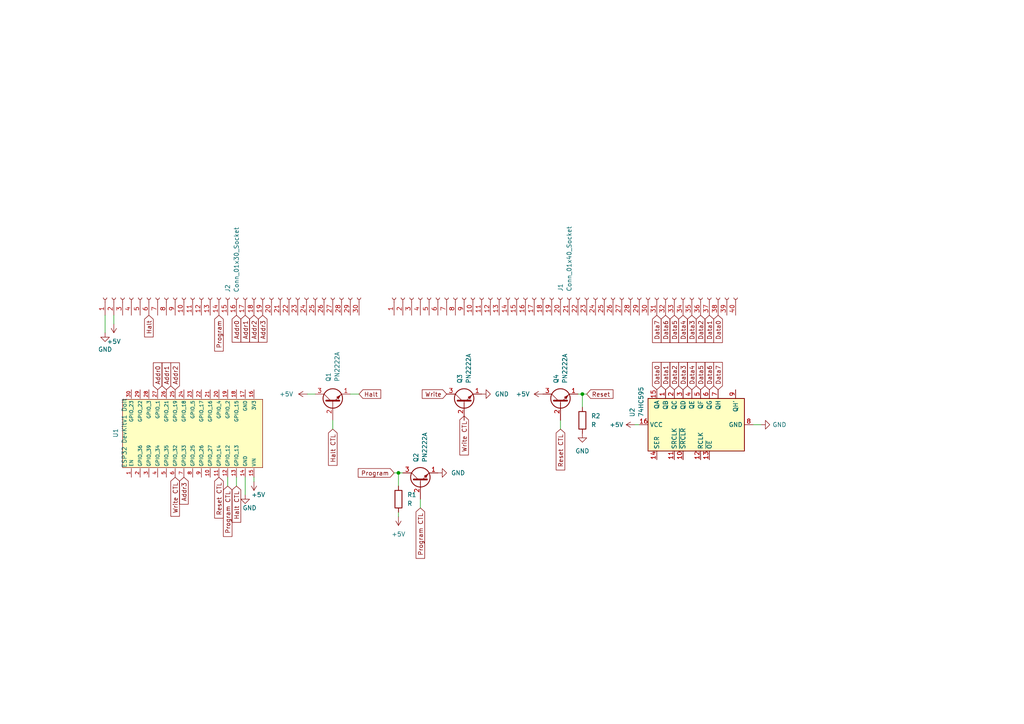
<source format=kicad_sch>
(kicad_sch (version 20230121) (generator eeschema)
  (paper "A4")
  (lib_symbols
    (symbol "74xx:74HC595"
      (property "Reference" "U" (at -7.62 13.97 0))
      (property "Value" "74HC595" (at -7.62 -16.51 0))
      (symbol "74HC595_1_0"
        (pin tri_state line (at 10.16 7.62 180) (length 2.54) (name "QB") (number "1"))
        (pin input line (at -10.16 2.54 0) (length 2.54) (name "~{SRCLR}") (number "10"))
        (pin input line (at -10.16 5.08 0) (length 2.54) (name "SRCLK") (number "11"))
        (pin input line (at -10.16 -2.54 0) (length 2.54) (name "RCLK") (number "12"))
        (pin input line (at -10.16 -5.08 0) (length 2.54) (name "~{OE}") (number "13"))
        (pin input line (at -10.16 10.16 0) (length 2.54) (name "SER") (number "14"))
        (pin tri_state line (at 10.16 10.16 180) (length 2.54) (name "QA") (number "15"))
        (pin power_in line (at 0 15.24 270) (length 2.54) (name "VCC") (number "16"))
        (pin tri_state line (at 10.16 5.08 180) (length 2.54) (name "QC") (number "2"))
        (pin tri_state line (at 10.16 2.54 180) (length 2.54) (name "QD") (number "3"))
        (pin tri_state line (at 10.16 0 180) (length 2.54) (name "QE") (number "4"))
        (pin tri_state line (at 10.16 -2.54 180) (length 2.54) (name "QF") (number "5"))
        (pin tri_state line (at 10.16 -5.08 180) (length 2.54) (name "QG") (number "6"))
        (pin tri_state line (at 10.16 -7.62 180) (length 2.54) (name "QH") (number "7"))
        (pin power_in line (at 0 -17.78 90) (length 2.54) (name "GND") (number "8"))
        (pin output line (at 10.16 -12.7 180) (length 2.54) (name "QH'") (number "9"))
      )
      (symbol "74HC595_1_1"
        (rectangle (start -7.62 12.7) (end 7.62 -15.24) (stroke (width 0.254)) (fill (type background)))
      )
    )
    (symbol "Connector:Conn_01x30_Socket" (pin_names (offset 1.016) hide)
      (property "Reference" "J" (at 0 38.1 0))
      (property "Value" "Conn_01x30_Socket" (at 0 -40.64 0))
      (symbol "Conn_01x30_Socket_1_1"
        (arc (start 0 -37.592) (mid -0.5058 -38.1) (end 0 -38.608) (stroke (width 0.1524)))
        (arc (start 0 -35.052) (mid -0.5058 -35.56) (end 0 -36.068) (stroke (width 0.1524)))
        (arc (start 0 -32.512) (mid -0.5058 -33.02) (end 0 -33.528) (stroke (width 0.1524)))
        (arc (start 0 -29.972) (mid -0.5058 -30.48) (end 0 -30.988) (stroke (width 0.1524)))
        (arc (start 0 -27.432) (mid -0.5058 -27.94) (end 0 -28.448) (stroke (width 0.1524)))
        (arc (start 0 -24.892) (mid -0.5058 -25.4) (end 0 -25.908) (stroke (width 0.1524)))
        (arc (start 0 -22.352) (mid -0.5058 -22.86) (end 0 -23.368) (stroke (width 0.1524)))
        (arc (start 0 -19.812) (mid -0.5058 -20.32) (end 0 -20.828) (stroke (width 0.1524)))
        (arc (start 0 -17.272) (mid -0.5058 -17.78) (end 0 -18.288) (stroke (width 0.1524)))
        (arc (start 0 -14.732) (mid -0.5058 -15.24) (end 0 -15.748) (stroke (width 0.1524)))
        (arc (start 0 -12.192) (mid -0.5058 -12.7) (end 0 -13.208) (stroke (width 0.1524)))
        (arc (start 0 -9.652) (mid -0.5058 -10.16) (end 0 -10.668) (stroke (width 0.1524)))
        (arc (start 0 -7.112) (mid -0.5058 -7.62) (end 0 -8.128) (stroke (width 0.1524)))
        (arc (start 0 -4.572) (mid -0.5058 -5.08) (end 0 -5.588) (stroke (width 0.1524)))
        (arc (start 0 -2.032) (mid -0.5058 -2.54) (end 0 -3.048) (stroke (width 0.1524)))
        (polyline (pts (xy -1.27 -38.1) (xy -0.508 -38.1)) (stroke (width 0.1524)))
        (polyline (pts (xy -1.27 -35.56) (xy -0.508 -35.56)) (stroke (width 0.1524)))
        (polyline (pts (xy -1.27 -33.02) (xy -0.508 -33.02)) (stroke (width 0.1524)))
        (polyline (pts (xy -1.27 -30.48) (xy -0.508 -30.48)) (stroke (width 0.1524)))
        (polyline (pts (xy -1.27 -27.94) (xy -0.508 -27.94)) (stroke (width 0.1524)))
        (polyline (pts (xy -1.27 -25.4) (xy -0.508 -25.4)) (stroke (width 0.1524)))
        (polyline (pts (xy -1.27 -22.86) (xy -0.508 -22.86)) (stroke (width 0.1524)))
        (polyline (pts (xy -1.27 -20.32) (xy -0.508 -20.32)) (stroke (width 0.1524)))
        (polyline (pts (xy -1.27 -17.78) (xy -0.508 -17.78)) (stroke (width 0.1524)))
        (polyline (pts (xy -1.27 -15.24) (xy -0.508 -15.24)) (stroke (width 0.1524)))
        (polyline (pts (xy -1.27 -12.7) (xy -0.508 -12.7)) (stroke (width 0.1524)))
        (polyline (pts (xy -1.27 -10.16) (xy -0.508 -10.16)) (stroke (width 0.1524)))
        (polyline (pts (xy -1.27 -7.62) (xy -0.508 -7.62)) (stroke (width 0.1524)))
        (polyline (pts (xy -1.27 -5.08) (xy -0.508 -5.08)) (stroke (width 0.1524)))
        (polyline (pts (xy -1.27 -2.54) (xy -0.508 -2.54)) (stroke (width 0.1524)))
        (polyline (pts (xy -1.27 0) (xy -0.508 0)) (stroke (width 0.1524)))
        (polyline (pts (xy -1.27 2.54) (xy -0.508 2.54)) (stroke (width 0.1524)))
        (polyline (pts (xy -1.27 5.08) (xy -0.508 5.08)) (stroke (width 0.1524)))
        (polyline (pts (xy -1.27 7.62) (xy -0.508 7.62)) (stroke (width 0.1524)))
        (polyline (pts (xy -1.27 10.16) (xy -0.508 10.16)) (stroke (width 0.1524)))
        (polyline (pts (xy -1.27 12.7) (xy -0.508 12.7)) (stroke (width 0.1524)))
        (polyline (pts (xy -1.27 15.24) (xy -0.508 15.24)) (stroke (width 0.1524)))
        (polyline (pts (xy -1.27 17.78) (xy -0.508 17.78)) (stroke (width 0.1524)))
        (polyline (pts (xy -1.27 20.32) (xy -0.508 20.32)) (stroke (width 0.1524)))
        (polyline (pts (xy -1.27 22.86) (xy -0.508 22.86)) (stroke (width 0.1524)))
        (polyline (pts (xy -1.27 25.4) (xy -0.508 25.4)) (stroke (width 0.1524)))
        (polyline (pts (xy -1.27 27.94) (xy -0.508 27.94)) (stroke (width 0.1524)))
        (polyline (pts (xy -1.27 30.48) (xy -0.508 30.48)) (stroke (width 0.1524)))
        (polyline (pts (xy -1.27 33.02) (xy -0.508 33.02)) (stroke (width 0.1524)))
        (polyline (pts (xy -1.27 35.56) (xy -0.508 35.56)) (stroke (width 0.1524)))
        (arc (start 0 0.508) (mid -0.5058 0) (end 0 -0.508) (stroke (width 0.1524)))
        (arc (start 0 3.048) (mid -0.5058 2.54) (end 0 2.032) (stroke (width 0.1524)))
        (arc (start 0 5.588) (mid -0.5058 5.08) (end 0 4.572) (stroke (width 0.1524)))
        (arc (start 0 8.128) (mid -0.5058 7.62) (end 0 7.112) (stroke (width 0.1524)))
        (arc (start 0 10.668) (mid -0.5058 10.16) (end 0 9.652) (stroke (width 0.1524)))
        (arc (start 0 13.208) (mid -0.5058 12.7) (end 0 12.192) (stroke (width 0.1524)))
        (arc (start 0 15.748) (mid -0.5058 15.24) (end 0 14.732) (stroke (width 0.1524)))
        (arc (start 0 18.288) (mid -0.5058 17.78) (end 0 17.272) (stroke (width 0.1524)))
        (arc (start 0 20.828) (mid -0.5058 20.32) (end 0 19.812) (stroke (width 0.1524)))
        (arc (start 0 23.368) (mid -0.5058 22.86) (end 0 22.352) (stroke (width 0.1524)))
        (arc (start 0 25.908) (mid -0.5058 25.4) (end 0 24.892) (stroke (width 0.1524)))
        (arc (start 0 28.448) (mid -0.5058 27.94) (end 0 27.432) (stroke (width 0.1524)))
        (arc (start 0 30.988) (mid -0.5058 30.48) (end 0 29.972) (stroke (width 0.1524)))
        (arc (start 0 33.528) (mid -0.5058 33.02) (end 0 32.512) (stroke (width 0.1524)))
        (arc (start 0 36.068) (mid -0.5058 35.56) (end 0 35.052) (stroke (width 0.1524)))
        (pin passive line (at -5.08 35.56 0) (length 3.81) (name "Pin_1") (number "1"))
        (pin passive line (at -5.08 12.7 0) (length 3.81) (name "Pin_10") (number "10"))
        (pin passive line (at -5.08 10.16 0) (length 3.81) (name "Pin_11") (number "11"))
        (pin passive line (at -5.08 7.62 0) (length 3.81) (name "Pin_12") (number "12"))
        (pin passive line (at -5.08 5.08 0) (length 3.81) (name "Pin_13") (number "13"))
        (pin passive line (at -5.08 2.54 0) (length 3.81) (name "Pin_14") (number "14"))
        (pin passive line (at -5.08 0 0) (length 3.81) (name "Pin_15") (number "15"))
        (pin passive line (at -5.08 -2.54 0) (length 3.81) (name "Pin_16") (number "16"))
        (pin passive line (at -5.08 -5.08 0) (length 3.81) (name "Pin_17") (number "17"))
        (pin passive line (at -5.08 -7.62 0) (length 3.81) (name "Pin_18") (number "18"))
        (pin passive line (at -5.08 -10.16 0) (length 3.81) (name "Pin_19") (number "19"))
        (pin passive line (at -5.08 33.02 0) (length 3.81) (name "Pin_2") (number "2"))
        (pin passive line (at -5.08 -12.7 0) (length 3.81) (name "Pin_20") (number "20"))
        (pin passive line (at -5.08 -15.24 0) (length 3.81) (name "Pin_21") (number "21"))
        (pin passive line (at -5.08 -17.78 0) (length 3.81) (name "Pin_22") (number "22"))
        (pin passive line (at -5.08 -20.32 0) (length 3.81) (name "Pin_23") (number "23"))
        (pin passive line (at -5.08 -22.86 0) (length 3.81) (name "Pin_24") (number "24"))
        (pin passive line (at -5.08 -25.4 0) (length 3.81) (name "Pin_25") (number "25"))
        (pin passive line (at -5.08 -27.94 0) (length 3.81) (name "Pin_26") (number "26"))
        (pin passive line (at -5.08 -30.48 0) (length 3.81) (name "Pin_27") (number "27"))
        (pin passive line (at -5.08 -33.02 0) (length 3.81) (name "Pin_28") (number "28"))
        (pin passive line (at -5.08 -35.56 0) (length 3.81) (name "Pin_29") (number "29"))
        (pin passive line (at -5.08 30.48 0) (length 3.81) (name "Pin_3") (number "3"))
        (pin passive line (at -5.08 -38.1 0) (length 3.81) (name "Pin_30") (number "30"))
        (pin passive line (at -5.08 27.94 0) (length 3.81) (name "Pin_4") (number "4"))
        (pin passive line (at -5.08 25.4 0) (length 3.81) (name "Pin_5") (number "5"))
        (pin passive line (at -5.08 22.86 0) (length 3.81) (name "Pin_6") (number "6"))
        (pin passive line (at -5.08 20.32 0) (length 3.81) (name "Pin_7") (number "7"))
        (pin passive line (at -5.08 17.78 0) (length 3.81) (name "Pin_8") (number "8"))
        (pin passive line (at -5.08 15.24 0) (length 3.81) (name "Pin_9") (number "9"))
      )
    )
    (symbol "Connector:Conn_01x40_Socket" (pin_names (offset 1.016) hide)
      (property "Reference" "J" (at 0 50.8 0))
      (property "Value" "Conn_01x40_Socket" (at 0 -53.34 0))
      (symbol "Conn_01x40_Socket_1_1"
        (arc (start 0 -50.292) (mid -0.5058 -50.8) (end 0 -51.308) (stroke (width 0.1524)))
        (arc (start 0 -47.752) (mid -0.5058 -48.26) (end 0 -48.768) (stroke (width 0.1524)))
        (arc (start 0 -45.212) (mid -0.5058 -45.72) (end 0 -46.228) (stroke (width 0.1524)))
        (arc (start 0 -42.672) (mid -0.5058 -43.18) (end 0 -43.688) (stroke (width 0.1524)))
        (arc (start 0 -40.132) (mid -0.5058 -40.64) (end 0 -41.148) (stroke (width 0.1524)))
        (arc (start 0 -37.592) (mid -0.5058 -38.1) (end 0 -38.608) (stroke (width 0.1524)))
        (arc (start 0 -35.052) (mid -0.5058 -35.56) (end 0 -36.068) (stroke (width 0.1524)))
        (arc (start 0 -32.512) (mid -0.5058 -33.02) (end 0 -33.528) (stroke (width 0.1524)))
        (arc (start 0 -29.972) (mid -0.5058 -30.48) (end 0 -30.988) (stroke (width 0.1524)))
        (arc (start 0 -27.432) (mid -0.5058 -27.94) (end 0 -28.448) (stroke (width 0.1524)))
        (arc (start 0 -24.892) (mid -0.5058 -25.4) (end 0 -25.908) (stroke (width 0.1524)))
        (arc (start 0 -22.352) (mid -0.5058 -22.86) (end 0 -23.368) (stroke (width 0.1524)))
        (arc (start 0 -19.812) (mid -0.5058 -20.32) (end 0 -20.828) (stroke (width 0.1524)))
        (arc (start 0 -17.272) (mid -0.5058 -17.78) (end 0 -18.288) (stroke (width 0.1524)))
        (arc (start 0 -14.732) (mid -0.5058 -15.24) (end 0 -15.748) (stroke (width 0.1524)))
        (arc (start 0 -12.192) (mid -0.5058 -12.7) (end 0 -13.208) (stroke (width 0.1524)))
        (arc (start 0 -9.652) (mid -0.5058 -10.16) (end 0 -10.668) (stroke (width 0.1524)))
        (arc (start 0 -7.112) (mid -0.5058 -7.62) (end 0 -8.128) (stroke (width 0.1524)))
        (arc (start 0 -4.572) (mid -0.5058 -5.08) (end 0 -5.588) (stroke (width 0.1524)))
        (arc (start 0 -2.032) (mid -0.5058 -2.54) (end 0 -3.048) (stroke (width 0.1524)))
        (polyline (pts (xy -1.27 -50.8) (xy -0.508 -50.8)) (stroke (width 0.1524)))
        (polyline (pts (xy -1.27 -48.26) (xy -0.508 -48.26)) (stroke (width 0.1524)))
        (polyline (pts (xy -1.27 -45.72) (xy -0.508 -45.72)) (stroke (width 0.1524)))
        (polyline (pts (xy -1.27 -43.18) (xy -0.508 -43.18)) (stroke (width 0.1524)))
        (polyline (pts (xy -1.27 -40.64) (xy -0.508 -40.64)) (stroke (width 0.1524)))
        (polyline (pts (xy -1.27 -38.1) (xy -0.508 -38.1)) (stroke (width 0.1524)))
        (polyline (pts (xy -1.27 -35.56) (xy -0.508 -35.56)) (stroke (width 0.1524)))
        (polyline (pts (xy -1.27 -33.02) (xy -0.508 -33.02)) (stroke (width 0.1524)))
        (polyline (pts (xy -1.27 -30.48) (xy -0.508 -30.48)) (stroke (width 0.1524)))
        (polyline (pts (xy -1.27 -27.94) (xy -0.508 -27.94)) (stroke (width 0.1524)))
        (polyline (pts (xy -1.27 -25.4) (xy -0.508 -25.4)) (stroke (width 0.1524)))
        (polyline (pts (xy -1.27 -22.86) (xy -0.508 -22.86)) (stroke (width 0.1524)))
        (polyline (pts (xy -1.27 -20.32) (xy -0.508 -20.32)) (stroke (width 0.1524)))
        (polyline (pts (xy -1.27 -17.78) (xy -0.508 -17.78)) (stroke (width 0.1524)))
        (polyline (pts (xy -1.27 -15.24) (xy -0.508 -15.24)) (stroke (width 0.1524)))
        (polyline (pts (xy -1.27 -12.7) (xy -0.508 -12.7)) (stroke (width 0.1524)))
        (polyline (pts (xy -1.27 -10.16) (xy -0.508 -10.16)) (stroke (width 0.1524)))
        (polyline (pts (xy -1.27 -7.62) (xy -0.508 -7.62)) (stroke (width 0.1524)))
        (polyline (pts (xy -1.27 -5.08) (xy -0.508 -5.08)) (stroke (width 0.1524)))
        (polyline (pts (xy -1.27 -2.54) (xy -0.508 -2.54)) (stroke (width 0.1524)))
        (polyline (pts (xy -1.27 0) (xy -0.508 0)) (stroke (width 0.1524)))
        (polyline (pts (xy -1.27 2.54) (xy -0.508 2.54)) (stroke (width 0.1524)))
        (polyline (pts (xy -1.27 5.08) (xy -0.508 5.08)) (stroke (width 0.1524)))
        (polyline (pts (xy -1.27 7.62) (xy -0.508 7.62)) (stroke (width 0.1524)))
        (polyline (pts (xy -1.27 10.16) (xy -0.508 10.16)) (stroke (width 0.1524)))
        (polyline (pts (xy -1.27 12.7) (xy -0.508 12.7)) (stroke (width 0.1524)))
        (polyline (pts (xy -1.27 15.24) (xy -0.508 15.24)) (stroke (width 0.1524)))
        (polyline (pts (xy -1.27 17.78) (xy -0.508 17.78)) (stroke (width 0.1524)))
        (polyline (pts (xy -1.27 20.32) (xy -0.508 20.32)) (stroke (width 0.1524)))
        (polyline (pts (xy -1.27 22.86) (xy -0.508 22.86)) (stroke (width 0.1524)))
        (polyline (pts (xy -1.27 25.4) (xy -0.508 25.4)) (stroke (width 0.1524)))
        (polyline (pts (xy -1.27 27.94) (xy -0.508 27.94)) (stroke (width 0.1524)))
        (polyline (pts (xy -1.27 30.48) (xy -0.508 30.48)) (stroke (width 0.1524)))
        (polyline (pts (xy -1.27 33.02) (xy -0.508 33.02)) (stroke (width 0.1524)))
        (polyline (pts (xy -1.27 35.56) (xy -0.508 35.56)) (stroke (width 0.1524)))
        (polyline (pts (xy -1.27 38.1) (xy -0.508 38.1)) (stroke (width 0.1524)))
        (polyline (pts (xy -1.27 40.64) (xy -0.508 40.64)) (stroke (width 0.1524)))
        (polyline (pts (xy -1.27 43.18) (xy -0.508 43.18)) (stroke (width 0.1524)))
        (polyline (pts (xy -1.27 45.72) (xy -0.508 45.72)) (stroke (width 0.1524)))
        (polyline (pts (xy -1.27 48.26) (xy -0.508 48.26)) (stroke (width 0.1524)))
        (arc (start 0 0.508) (mid -0.5058 0) (end 0 -0.508) (stroke (width 0.1524)))
        (arc (start 0 3.048) (mid -0.5058 2.54) (end 0 2.032) (stroke (width 0.1524)))
        (arc (start 0 5.588) (mid -0.5058 5.08) (end 0 4.572) (stroke (width 0.1524)))
        (arc (start 0 8.128) (mid -0.5058 7.62) (end 0 7.112) (stroke (width 0.1524)))
        (arc (start 0 10.668) (mid -0.5058 10.16) (end 0 9.652) (stroke (width 0.1524)))
        (arc (start 0 13.208) (mid -0.5058 12.7) (end 0 12.192) (stroke (width 0.1524)))
        (arc (start 0 15.748) (mid -0.5058 15.24) (end 0 14.732) (stroke (width 0.1524)))
        (arc (start 0 18.288) (mid -0.5058 17.78) (end 0 17.272) (stroke (width 0.1524)))
        (arc (start 0 20.828) (mid -0.5058 20.32) (end 0 19.812) (stroke (width 0.1524)))
        (arc (start 0 23.368) (mid -0.5058 22.86) (end 0 22.352) (stroke (width 0.1524)))
        (arc (start 0 25.908) (mid -0.5058 25.4) (end 0 24.892) (stroke (width 0.1524)))
        (arc (start 0 28.448) (mid -0.5058 27.94) (end 0 27.432) (stroke (width 0.1524)))
        (arc (start 0 30.988) (mid -0.5058 30.48) (end 0 29.972) (stroke (width 0.1524)))
        (arc (start 0 33.528) (mid -0.5058 33.02) (end 0 32.512) (stroke (width 0.1524)))
        (arc (start 0 36.068) (mid -0.5058 35.56) (end 0 35.052) (stroke (width 0.1524)))
        (arc (start 0 38.608) (mid -0.5058 38.1) (end 0 37.592) (stroke (width 0.1524)))
        (arc (start 0 41.148) (mid -0.5058 40.64) (end 0 40.132) (stroke (width 0.1524)))
        (arc (start 0 43.688) (mid -0.5058 43.18) (end 0 42.672) (stroke (width 0.1524)))
        (arc (start 0 46.228) (mid -0.5058 45.72) (end 0 45.212) (stroke (width 0.1524)))
        (arc (start 0 48.768) (mid -0.5058 48.26) (end 0 47.752) (stroke (width 0.1524)))
        (pin passive line (at -5.08 48.26 0) (length 3.81) (name "Pin_1") (number "1"))
        (pin passive line (at -5.08 25.4 0) (length 3.81) (name "Pin_10") (number "10"))
        (pin passive line (at -5.08 22.86 0) (length 3.81) (name "Pin_11") (number "11"))
        (pin passive line (at -5.08 20.32 0) (length 3.81) (name "Pin_12") (number "12"))
        (pin passive line (at -5.08 17.78 0) (length 3.81) (name "Pin_13") (number "13"))
        (pin passive line (at -5.08 15.24 0) (length 3.81) (name "Pin_14") (number "14"))
        (pin passive line (at -5.08 12.7 0) (length 3.81) (name "Pin_15") (number "15"))
        (pin passive line (at -5.08 10.16 0) (length 3.81) (name "Pin_16") (number "16"))
        (pin passive line (at -5.08 7.62 0) (length 3.81) (name "Pin_17") (number "17"))
        (pin passive line (at -5.08 5.08 0) (length 3.81) (name "Pin_18") (number "18"))
        (pin passive line (at -5.08 2.54 0) (length 3.81) (name "Pin_19") (number "19"))
        (pin passive line (at -5.08 45.72 0) (length 3.81) (name "Pin_2") (number "2"))
        (pin passive line (at -5.08 0 0) (length 3.81) (name "Pin_20") (number "20"))
        (pin passive line (at -5.08 -2.54 0) (length 3.81) (name "Pin_21") (number "21"))
        (pin passive line (at -5.08 -5.08 0) (length 3.81) (name "Pin_22") (number "22"))
        (pin passive line (at -5.08 -7.62 0) (length 3.81) (name "Pin_23") (number "23"))
        (pin passive line (at -5.08 -10.16 0) (length 3.81) (name "Pin_24") (number "24"))
        (pin passive line (at -5.08 -12.7 0) (length 3.81) (name "Pin_25") (number "25"))
        (pin passive line (at -5.08 -15.24 0) (length 3.81) (name "Pin_26") (number "26"))
        (pin passive line (at -5.08 -17.78 0) (length 3.81) (name "Pin_27") (number "27"))
        (pin passive line (at -5.08 -20.32 0) (length 3.81) (name "Pin_28") (number "28"))
        (pin passive line (at -5.08 -22.86 0) (length 3.81) (name "Pin_29") (number "29"))
        (pin passive line (at -5.08 43.18 0) (length 3.81) (name "Pin_3") (number "3"))
        (pin passive line (at -5.08 -25.4 0) (length 3.81) (name "Pin_30") (number "30"))
        (pin passive line (at -5.08 -27.94 0) (length 3.81) (name "Pin_31") (number "31"))
        (pin passive line (at -5.08 -30.48 0) (length 3.81) (name "Pin_32") (number "32"))
        (pin passive line (at -5.08 -33.02 0) (length 3.81) (name "Pin_33") (number "33"))
        (pin passive line (at -5.08 -35.56 0) (length 3.81) (name "Pin_34") (number "34"))
        (pin passive line (at -5.08 -38.1 0) (length 3.81) (name "Pin_35") (number "35"))
        (pin passive line (at -5.08 -40.64 0) (length 3.81) (name "Pin_36") (number "36"))
        (pin passive line (at -5.08 -43.18 0) (length 3.81) (name "Pin_37") (number "37"))
        (pin passive line (at -5.08 -45.72 0) (length 3.81) (name "Pin_38") (number "38"))
        (pin passive line (at -5.08 -48.26 0) (length 3.81) (name "Pin_39") (number "39"))
        (pin passive line (at -5.08 40.64 0) (length 3.81) (name "Pin_4") (number "4"))
        (pin passive line (at -5.08 -50.8 0) (length 3.81) (name "Pin_40") (number "40"))
        (pin passive line (at -5.08 38.1 0) (length 3.81) (name "Pin_5") (number "5"))
        (pin passive line (at -5.08 35.56 0) (length 3.81) (name "Pin_6") (number "6"))
        (pin passive line (at -5.08 33.02 0) (length 3.81) (name "Pin_7") (number "7"))
        (pin passive line (at -5.08 30.48 0) (length 3.81) (name "Pin_8") (number "8"))
        (pin passive line (at -5.08 27.94 0) (length 3.81) (name "Pin_9") (number "9"))
      )
    )
    (symbol "Device:R" (pin_numbers hide) (pin_names (offset 0))
      (property "Reference" "R" (at 2.032 0 90))
      (property "Value" "R" (at 0 0 90))
      (symbol "R_0_1"
        (rectangle (start -1.016 -2.54) (end 1.016 2.54) (stroke (width 0.254)))
      )
      (symbol "R_1_1"
        (pin passive line (at 0 3.81 270) (length 1.27) (name "~") (number "1"))
        (pin passive line (at 0 -3.81 90) (length 1.27) (name "~") (number "2"))
      )
    )
    (symbol "Transistor_BJT:PN2222A" (pin_names (offset 0) hide)
      (property "Reference" "Q" (at 5.08 1.905 0))
      (property "Value" "PN2222A" (at 5.08 0 0))
      (symbol "PN2222A_0_1"
        (polyline (pts (xy 0 0) (xy 0.635 0)))
        (polyline (pts (xy 2.54 -2.54) (xy 0.635 -0.635)))
        (polyline (pts (xy 2.54 2.54) (xy 0.635 0.635)))
        (polyline (pts (xy 0.635 1.905) (xy 0.635 -1.905) (xy 0.635 -1.905)) (stroke (width 0.508)))
        (polyline (pts (xy 2.413 -2.413) (xy 1.905 -1.905) (xy 1.905 -1.905)))
        (polyline (pts (xy 1.143 -1.651) (xy 1.651 -1.143) (xy 2.159 -2.159) (xy 1.143 -1.651) (xy 1.143 -1.651)) (fill (type outline)))
        (circle (center 1.27 0) (radius 2.8194) (stroke (width 0.254)))
      )
      (symbol "PN2222A_1_1"
        (pin passive line (at 2.54 -5.08 90) (length 2.54) (name "E") (number "1"))
        (pin input line (at -5.08 0 0) (length 5.08) (name "B") (number "2"))
        (pin passive line (at 2.54 5.08 270) (length 2.54) (name "C") (number "3"))
      )
    )
    (symbol "power:+5V" (power) (pin_names (offset 0))
      (property "Value" "+5V" (at 0 3.556 0))
      (symbol "+5V_0_1"
        (polyline (pts (xy -0.762 1.27) (xy 0 2.54)))
        (polyline (pts (xy 0 0) (xy 0 2.54)))
        (polyline (pts (xy 0 2.54) (xy 0.762 1.27)))
      )
      (symbol "+5V_1_1"
        (pin power_in line (at 0 0 90) (length 0) hide (name "+5V") (number "1"))
      )
    )
    (symbol "power:GND" (power) (pin_names (offset 0))
      (property "Value" "GND" (at 0 -3.81 0))
      (symbol "GND_0_1"
        (polyline (pts (xy 0 0) (xy 0 -1.27) (xy 1.27 -1.27) (xy 0 -2.54) (xy -1.27 -1.27) (xy 0 -1.27)))
      )
      (symbol "GND_1_1"
        (pin power_in line (at 0 0 270) (length 0) hide (name "GND") (number "1"))
      )
    )
    (symbol "project:ESP32_DevkitV1_DoIt"
      (property "Reference" "U" (at 0 7.62 0))
      (property "Value" "ESP32 DevKitV1 DoIt" (at 0 5.08 0))
      (symbol "ESP32_DevkitV1_DoIt_1_1"
        (rectangle (start -9.906 2.54) (end 9.906 -38.1) (fill (type background)))
        (pin input line (at -12.7 0 0) (length 2.54) (name "EN") (number "1"))
        (pin bidirectional line (at -12.7 -22.86 0) (length 2.54) (name "GPIO_27") (number "10"))
        (pin bidirectional line (at -12.7 -25.4 0) (length 2.54) (name "GPIO_14") (number "11"))
        (pin bidirectional line (at -12.7 -27.94 0) (length 2.54) (name "GPIO_12") (number "12"))
        (pin bidirectional line (at -12.7 -30.48 0) (length 2.54) (name "GPIO_13") (number "13"))
        (pin power_in line (at -12.7 -33.02 0) (length 2.54) (name "GND") (number "14"))
        (pin power_in line (at -12.7 -35.56 0) (length 2.54) (name "VIN") (number "15"))
        (pin bidirectional line (at 12.7 -35.56 180) (length 2.54) (name "3V3") (number "16"))
        (pin power_in line (at 12.7 -33.02 180) (length 2.54) (name "GND") (number "17"))
        (pin bidirectional line (at 12.7 -30.48 180) (length 2.54) (name "GPIO_15") (number "18"))
        (pin bidirectional line (at 12.7 -27.94 180) (length 2.54) (name "GPIO_2") (number "19"))
        (pin bidirectional line (at -12.7 -2.54 0) (length 2.54) (name "GPIO_36") (number "2"))
        (pin bidirectional line (at 12.7 -25.4 180) (length 2.54) (name "GPIO_4") (number "20"))
        (pin bidirectional line (at 12.7 -22.86 180) (length 2.54) (name "GPIO_16") (number "21"))
        (pin bidirectional line (at 12.7 -20.32 180) (length 2.54) (name "GPIO_17") (number "22"))
        (pin bidirectional line (at 12.7 -17.78 180) (length 2.54) (name "GPIO_5") (number "23"))
        (pin bidirectional line (at 12.7 -15.24 180) (length 2.54) (name "GPIO_18") (number "24"))
        (pin bidirectional line (at 12.7 -12.7 180) (length 2.54) (name "GPIO_19") (number "25"))
        (pin bidirectional line (at 12.7 -10.16 180) (length 2.54) (name "GPIO_21") (number "26"))
        (pin bidirectional line (at 12.7 -7.62 180) (length 2.54) (name "GPIO_1") (number "27"))
        (pin bidirectional line (at 12.7 -5.08 180) (length 2.54) (name "GPIO_3") (number "28"))
        (pin bidirectional line (at 12.7 -2.54 180) (length 2.54) (name "GPIO_22") (number "29"))
        (pin bidirectional line (at -12.7 -5.08 0) (length 2.54) (name "GPIO_39") (number "3"))
        (pin bidirectional line (at 12.7 0 180) (length 2.54) (name "GPIO_23") (number "30"))
        (pin bidirectional line (at -12.7 -7.62 0) (length 2.54) (name "GPIO_34") (number "4"))
        (pin bidirectional line (at -12.7 -10.16 0) (length 2.54) (name "GPIO_35") (number "5"))
        (pin bidirectional line (at -12.7 -12.7 0) (length 2.54) (name "GPIO_32") (number "6"))
        (pin bidirectional line (at -12.7 -15.24 0) (length 2.54) (name "GPIO_33") (number "7"))
        (pin bidirectional line (at -12.7 -17.78 0) (length 2.54) (name "GPIO_25") (number "8"))
        (pin bidirectional line (at -12.7 -20.32 0) (length 2.54) (name "GPIO_26") (number "9"))
      )
    )
  )
  (junction (at 115.57 137.16))
  (junction (at 168.91 114.3))
  (wire (pts (xy 121.92 144.78) (xy 121.92 147.32)))
  (wire (pts (xy 114.3 137.16) (xy 115.57 137.16)))
  (wire (pts (xy 89.154 114.3) (xy 91.44 114.3)))
  (wire (pts (xy 168.91 114.3) (xy 170.18 114.3)))
  (wire (pts (xy 66.04 138.43) (xy 66.04 140.97)))
  (wire (pts (xy 184.15 123.19) (xy 185.42 123.19)))
  (wire (pts (xy 115.57 148.59) (xy 115.57 149.86)))
  (wire (pts (xy 96.52 121.92) (xy 96.52 124.46)))
  (wire (pts (xy 33.02 91.44) (xy 33.02 93.98)))
  (wire (pts (xy 115.57 137.16) (xy 116.84 137.16)))
  (wire (pts (xy 101.6 114.3) (xy 104.14 114.3)))
  (wire (pts (xy 218.44 123.19) (xy 220.726 123.19)))
  (wire (pts (xy 162.56 121.92) (xy 162.56 124.46)))
  (wire (pts (xy 68.58 138.43) (xy 68.58 140.97)))
  (wire (pts (xy 115.57 137.16) (xy 115.57 140.97)))
  (wire (pts (xy 168.91 114.3) (xy 168.91 118.11)))
  (wire (pts (xy 71.12 138.43) (xy 71.12 143.51)))
  (wire (pts (xy 73.66 138.43) (xy 73.66 139.7)))
  (wire (pts (xy 167.64 114.3) (xy 168.91 114.3)))
  (wire (pts (xy 30.48 91.44) (xy 30.48 96.52)))
  (global_label "Addr1" (shape input) (at 71.12 91.44 270) (property "Intersheetrefs" "${INTERSHEET_REFS}" (effects hide)))
  (global_label "Program CTL" (shape input) (at 121.92 147.32 270) (property "Intersheetrefs" "${INTERSHEET_REFS}" (effects hide)))
  (global_label "Halt" (shape input) (at 43.18 91.44 270) (property "Intersheetrefs" "${INTERSHEET_REFS}" (effects hide)))
  (global_label "Reset CTL" (shape input) (at 162.56 124.46 270) (property "Intersheetrefs" "${INTERSHEET_REFS}" (effects hide)))
  (global_label "Reset" (shape input) (at 170.18 114.3 0) (property "Intersheetrefs" "${INTERSHEET_REFS}" (effects hide)))
  (global_label "Data1" (shape input) (at 193.04 113.03 90) (property "Intersheetrefs" "${INTERSHEET_REFS}" (effects hide)))
  (global_label "Data7" (shape input) (at 208.28 113.03 90) (property "Intersheetrefs" "${INTERSHEET_REFS}" (effects hide)))
  (global_label "Write CTL" (shape input) (at 50.8 138.43 270) (property "Intersheetrefs" "${INTERSHEET_REFS}" (effects hide)))
  (global_label "Program CTL" (shape input) (at 66.04 140.97 270) (property "Intersheetrefs" "${INTERSHEET_REFS}" (effects hide)))
  (global_label "Data4" (shape input) (at 200.66 113.03 90) (property "Intersheetrefs" "${INTERSHEET_REFS}" (effects hide)))
  (global_label "Reset CTL" (shape input) (at 63.5 138.43 270) (property "Intersheetrefs" "${INTERSHEET_REFS}" (effects hide)))
  (global_label "Data2" (shape input) (at 195.58 113.03 90) (property "Intersheetrefs" "${INTERSHEET_REFS}" (effects hide)))
  (global_label "Addr1" (shape input) (at 48.26 113.03 90) (property "Intersheetrefs" "${INTERSHEET_REFS}" (effects hide)))
  (global_label "Halt CTL" (shape input) (at 68.58 140.97 270) (property "Intersheetrefs" "${INTERSHEET_REFS}" (effects hide)))
  (global_label "Data4" (shape input) (at 198.12 91.44 270) (property "Intersheetrefs" "${INTERSHEET_REFS}" (effects hide)))
  (global_label "Data3" (shape input) (at 198.12 113.03 90) (property "Intersheetrefs" "${INTERSHEET_REFS}" (effects hide)))
  (global_label "Addr2" (shape input) (at 50.8 113.03 90) (property "Intersheetrefs" "${INTERSHEET_REFS}" (effects hide)))
  (global_label "Addr3" (shape input) (at 76.2 91.44 270) (property "Intersheetrefs" "${INTERSHEET_REFS}" (effects hide)))
  (global_label "Addr3" (shape input) (at 53.34 138.43 270) (property "Intersheetrefs" "${INTERSHEET_REFS}" (effects hide)))
  (global_label "Halt" (shape input) (at 104.14 114.3 0) (property "Intersheetrefs" "${INTERSHEET_REFS}" (effects hide)))
  (global_label "Write CTL" (shape input) (at 134.62 120.65 270) (property "Intersheetrefs" "${INTERSHEET_REFS}" (effects hide)))
  (global_label "Program" (shape input) (at 114.3 137.16 180) (property "Intersheetrefs" "${INTERSHEET_REFS}" (effects hide)))
  (global_label "Data5" (shape input) (at 203.2 113.03 90) (property "Intersheetrefs" "${INTERSHEET_REFS}" (effects hide)))
  (global_label "Data0" (shape input) (at 190.5 113.03 90) (property "Intersheetrefs" "${INTERSHEET_REFS}" (effects hide)))
  (global_label "Write" (shape input) (at 129.54 114.3 180) (property "Intersheetrefs" "${INTERSHEET_REFS}" (effects hide)))
  (global_label "Addr2" (shape input) (at 73.66 91.44 270) (property "Intersheetrefs" "${INTERSHEET_REFS}" (effects hide)))
  (global_label "Data7" (shape input) (at 190.5 91.44 270) (property "Intersheetrefs" "${INTERSHEET_REFS}" (effects hide)))
  (global_label "Addr0" (shape input) (at 45.72 113.03 90) (property "Intersheetrefs" "${INTERSHEET_REFS}" (effects hide)))
  (global_label "Addr0" (shape input) (at 68.58 91.44 270) (property "Intersheetrefs" "${INTERSHEET_REFS}" (effects hide)))
  (global_label "Data1" (shape input) (at 205.74 91.44 270) (property "Intersheetrefs" "${INTERSHEET_REFS}" (effects hide)))
  (global_label "Data6" (shape input) (at 193.04 91.44 270) (property "Intersheetrefs" "${INTERSHEET_REFS}" (effects hide)))
  (global_label "Halt CTL" (shape input) (at 96.52 124.46 270) (property "Intersheetrefs" "${INTERSHEET_REFS}" (effects hide)))
  (global_label "Data2" (shape input) (at 203.2 91.44 270) (property "Intersheetrefs" "${INTERSHEET_REFS}" (effects hide)))
  (global_label "Data6" (shape input) (at 205.74 113.03 90) (property "Intersheetrefs" "${INTERSHEET_REFS}" (effects hide)))
  (global_label "Data5" (shape input) (at 195.58 91.44 270) (property "Intersheetrefs" "${INTERSHEET_REFS}" (effects hide)))
  (global_label "Data0" (shape input) (at 208.28 91.44 270) (property "Intersheetrefs" "${INTERSHEET_REFS}" (effects hide)))
  (global_label "Program" (shape input) (at 63.5 91.44 270) (property "Intersheetrefs" "${INTERSHEET_REFS}" (effects hide)))
  (global_label "Data3" (shape input) (at 200.66 91.44 270) (property "Intersheetrefs" "${INTERSHEET_REFS}" (effects hide)))
  (symbol (lib_id "power:+5V") (at 184.15 123.19 90) (unit 1)
    (property "Reference" "#PWR02" (effects hide))
    (property "Value" "+5V" (at 180.848 123.19 90) (effects (justify left)))
  )
  (symbol (lib_id "Transistor_BJT:PN2222A") (at 96.52 116.84 90) (unit 1)
    (property "Reference" "Q1" (at 95.25 110.744 0) (effects (justify left)))
    (property "Value" "PN2222A" (at 97.79 110.744 0) (effects (justify left)))
    (property "Footprint" "Package_TO_SOT_THT:TO-92_Inline" (effects hide))
    (property "Datasheet" "https://www.onsemi.com/pub/Collateral/PN2222-D.PDF" (effects hide))
  )
  (symbol (lib_id "power:+5V") (at 89.154 114.3 90) (unit 1)
    (property "Reference" "#PWR07" (effects hide))
    (property "Value" "+5V" (at 85.09 114.3 90) (effects (justify left)))
  )
  (symbol (lib_id "power:GND") (at 168.91 125.73 0) (unit 1)
    (property "Reference" "#PWR011" (effects hide))
    (property "Value" "GND" (at 168.91 130.81 0))
  )
  (symbol (lib_id "power:GND") (at 220.726 123.19 90) (unit 1)
    (property "Reference" "#PWR01" (effects hide))
    (property "Value" "GND" (at 224.028 123.19 90) (effects (justify right)))
  )
  (symbol (lib_id "power:+5V") (at 73.66 139.7 180) (unit 1)
    (property "Reference" "#PWR03" (effects hide))
    (property "Value" "+5V" (at 74.93 143.51 0))
  )
  (symbol (lib_id "Device:R") (at 168.91 121.92 0) (unit 1)
    (property "Reference" "R2" (at 171.45 120.65 0) (effects (justify left)))
    (property "Value" "R" (at 171.45 123.19 0) (effects (justify left)))
    (property "Footprint" "Resistor_THT:R_Axial_DIN0207_L6.3mm_D2.5mm_P10.16mm_Horizontal" (effects hide))
  )
  (symbol (lib_id "Device:R") (at 115.57 144.78 0) (unit 1)
    (property "Reference" "R1" (at 118.11 143.51 0) (effects (justify left)))
    (property "Value" "R" (at 118.11 146.05 0) (effects (justify left)))
    (property "Footprint" "Resistor_THT:R_Axial_DIN0207_L6.3mm_D2.5mm_P10.16mm_Horizontal" (effects hide))
  )
  (symbol (lib_id "Connector:Conn_01x40_Socket") (at 162.56 86.36 90) (unit 1)
    (property "Reference" "J1" (at 162.56 84.582 0) (effects (justify left)))
    (property "Value" "Conn_01x40_Socket" (at 165.1 84.582 0) (effects (justify left)))
    (property "Footprint" "Connector_PinSocket_2.54mm:PinSocket_1x40_P2.54mm_Vertical" (effects hide))
  )
  (symbol (lib_id "74xx:74HC595") (at 200.66 123.19 90) (unit 1)
    (property "Reference" "U2" (at 183.388 120.9959 0) (effects (justify left)))
    (property "Value" "74HC595" (at 185.928 120.9959 0) (effects (justify left)))
    (property "Footprint" "Package_DIP:DIP-16_W7.62mm" (effects hide))
    (property "Datasheet" "http://www.ti.com/lit/ds/symlink/sn74hc595.pdf" (effects hide))
  )
  (symbol (lib_id "Connector:Conn_01x30_Socket") (at 66.04 86.36 90) (unit 1)
    (property "Reference" "J2" (at 66.04 84.836 0) (effects (justify left)))
    (property "Value" "Conn_01x30_Socket" (at 68.58 84.836 0) (effects (justify left)))
    (property "Footprint" "Connector_PinSocket_2.54mm:PinSocket_1x30_P2.54mm_Vertical" (effects hide))
  )
  (symbol (lib_id "Transistor_BJT:PN2222A") (at 162.56 116.84 90) (unit 1)
    (property "Reference" "Q4" (at 161.29 111.252 0) (effects (justify left)))
    (property "Value" "PN2222A" (at 163.83 111.252 0) (effects (justify left)))
    (property "Footprint" "Package_TO_SOT_THT:TO-92_Inline" (effects hide))
    (property "Datasheet" "https://www.onsemi.com/pub/Collateral/PN2222-D.PDF" (effects hide))
  )
  (symbol (lib_id "power:GND") (at 127 137.16 90) (unit 1)
    (property "Reference" "#PWR08" (effects hide))
    (property "Value" "GND" (at 130.81 137.16 90) (effects (justify right)))
  )
  (symbol (lib_id "Transistor_BJT:PN2222A") (at 121.92 139.7 90) (unit 1)
    (property "Reference" "Q2" (at 120.65 134.112 0) (effects (justify left)))
    (property "Value" "PN2222A" (at 123.19 134.112 0) (effects (justify left)))
    (property "Footprint" "Package_TO_SOT_THT:TO-92_Inline" (effects hide))
    (property "Datasheet" "https://www.onsemi.com/pub/Collateral/PN2222-D.PDF" (effects hide))
  )
  (symbol (lib_id "power:GND") (at 139.7 114.3 90) (unit 1)
    (property "Reference" "#PWR012" (effects hide))
    (property "Value" "GND" (at 143.51 114.3 90) (effects (justify right)))
  )
  (symbol (lib_id "power:+5V") (at 157.48 114.3 90) (unit 1)
    (property "Reference" "#PWR010" (effects hide))
    (property "Value" "+5V" (at 153.67 114.3 90) (effects (justify left)))
  )
  (symbol (lib_id "power:GND") (at 71.12 143.51 0) (unit 1)
    (property "Reference" "#PWR04" (effects hide))
    (property "Value" "GND" (at 72.39 147.32 0))
  )
  (symbol (lib_id "power:+5V") (at 33.02 93.98 180) (unit 1)
    (property "Reference" "#PWR06" (effects hide))
    (property "Value" "+5V" (at 33.02 99.06 0))
  )
  (symbol (lib_id "power:+5V") (at 115.57 149.86 180) (unit 1)
    (property "Reference" "#PWR09" (effects hide))
    (property "Value" "+5V" (at 115.57 154.94 0))
  )
  (symbol (lib_id "power:GND") (at 30.48 96.52 0) (unit 1)
    (property "Reference" "#PWR05" (effects hide))
    (property "Value" "GND" (at 30.48 101.346 0))
  )
  (symbol (lib_id "project:ESP32_DevkitV1_DoIt") (at 38.1 125.73 90) (unit 1)
    (property "Reference" "U1" (at 33.528 125.603 0))
    (property "Value" "ESP32 DevKitV1 DoIt" (at 36.068 125.603 0))
    (property "Footprint" "project:ESP32 DevKitV1 DoIt" (effects hide))
  )
  (symbol (lib_id "Transistor_BJT:PN2222A") (at 134.62 116.84 90) (unit 1)
    (property "Reference" "Q3" (at 133.35 111.252 0) (effects (justify left)))
    (property "Value" "PN2222A" (at 135.89 111.252 0) (effects (justify left)))
    (property "Footprint" "Package_TO_SOT_THT:TO-92_Inline" (effects hide))
    (property "Datasheet" "https://www.onsemi.com/pub/Collateral/PN2222-D.PDF" (effects hide))
  )
)
</source>
